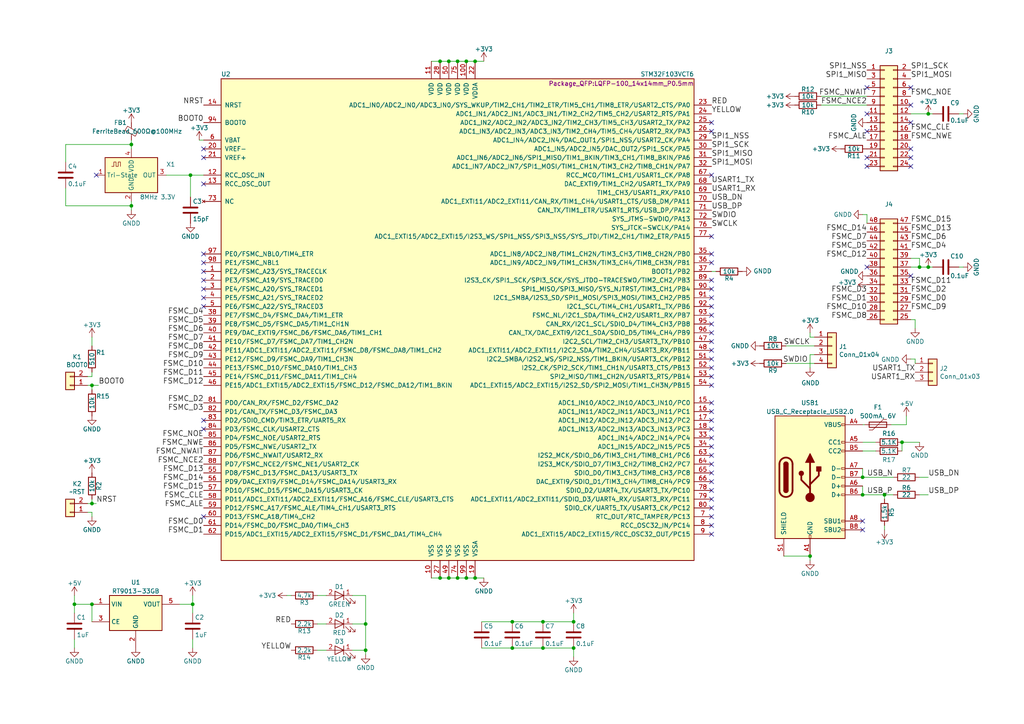
<source format=kicad_sch>
(kicad_sch (version 20230121) (generator eeschema)
  (paper "A4")
  (title_block (title "NANDO") (rev "v3.4"))
  (lib_symbols
    (symbol "Connector:USB_C_Receptacle_USB2.0" (pin_names (offset 1.016))
      (property "Reference" "J" (at -10.16 19.05 0))
      (property "Value" "USB_C_Receptacle_USB2.0" (at 19.05 19.05 0))
      (symbol "USB_C_Receptacle_USB2.0_1_1"
        (pin passive line (at 0 -22.86 90) (length 5.08) (name "GND") (number "A1"))
        (pin passive line (at 0 -22.86 90) (length 5.08) hide (name "GND") (number "A12"))
        (pin passive line (at 15.24 15.24 180) (length 5.08) (name "VBUS") (number "A4"))
        (pin bidirectional line (at 15.24 10.16 180) (length 5.08) (name "CC1") (number "A5"))
        (pin bidirectional line (at 15.24 -2.54 180) (length 5.08) (name "D+") (number "A6"))
        (pin bidirectional line (at 15.24 2.54 180) (length 5.08) (name "D-") (number "A7"))
        (pin bidirectional line (at 15.24 -12.7 180) (length 5.08) (name "SBU1") (number "A8"))
        (pin passive line (at 15.24 15.24 180) (length 5.08) hide (name "VBUS") (number "A9"))
        (pin passive line (at 0 -22.86 90) (length 5.08) hide (name "GND") (number "B1"))
        (pin passive line (at 0 -22.86 90) (length 5.08) hide (name "GND") (number "B12"))
        (pin passive line (at 15.24 15.24 180) (length 5.08) hide (name "VBUS") (number "B4"))
        (pin bidirectional line (at 15.24 7.62 180) (length 5.08) (name "CC2") (number "B5"))
        (pin bidirectional line (at 15.24 -5.08 180) (length 5.08) (name "D+") (number "B6"))
        (pin bidirectional line (at 15.24 0 180) (length 5.08) (name "D-") (number "B7"))
        (pin bidirectional line (at 15.24 -15.24 180) (length 5.08) (name "SBU2") (number "B8"))
        (pin passive line (at 15.24 15.24 180) (length 5.08) hide (name "VBUS") (number "B9"))
        (pin passive line (at -7.62 -22.86 90) (length 5.08) (name "SHIELD") (number "S1"))
      )
    )
    (symbol "Device:FerriteBead_Small" (pin_numbers hide) (pin_names (offset 0))
      (property "Reference" "FB" (at 1.905 1.27 0))
      (property "Value" "FerriteBead_Small" (at 1.905 -1.27 0))
      (symbol "FerriteBead_Small_1_1"
        (pin passive line (at 0 2.54 270) (length 1.27) (name "~") (number "1"))
        (pin passive line (at 0 -2.54 90) (length 1.27) (name "~") (number "2"))
      )
    )
    (symbol "Device:Polyfuse" (pin_numbers hide) (pin_names (offset 0))
      (property "Reference" "F" (at -2.54 0 90))
      (property "Value" "Polyfuse" (at 2.54 0 90))
      (symbol "Polyfuse_1_1"
        (pin passive line (at 0 3.81 270) (length 1.27) (name "~") (number "1"))
        (pin passive line (at 0 -3.81 90) (length 1.27) (name "~") (number "2"))
      )
    )
    (symbol "Device:R" (pin_numbers hide) (pin_names (offset 0))
      (property "Reference" "R" (at 2.032 0 90))
      (property "Value" "R" (at 0 0 90))
      (symbol "R_1_1"
        (pin passive line (at 0 3.81 270) (length 1.27) (name "~") (number "1"))
        (pin passive line (at 0 -3.81 90) (length 1.27) (name "~") (number "2"))
      )
    )
    (symbol "Oscillator:ASCO"
      (property "Reference" "X" (at -7.62 6.35 0))
      (property "Value" "ASCO" (at 1.27 -6.35 0))
      (symbol "ASCO_1_1"
        (pin input line (at -10.16 0 0) (length 2.54) (name "Tri-State") (number "1"))
        (pin power_in line (at 0 -7.62 90) (length 2.54) (name "GND") (number "2"))
        (pin output line (at 10.16 0 180) (length 2.54) (name "OUT") (number "3"))
        (pin power_in line (at 0 7.62 270) (length 2.54) (name "VDD") (number "4"))
      )
    )
    (symbol "Regulator_Linear:XC6220B331MR"
      (property "Reference" "U" (at 0 8.89 0))
      (property "Value" "XC6220B331MR" (at 0 6.35 0))
      (symbol "XC6220B331MR_1_1"
        (pin power_in line (at -12.7 2.54 0) (length 5.08) (name "VIN") (number "1"))
        (pin power_in line (at 0 -10.16 90) (length 5.08) (name "GND") (number "2"))
        (pin input line (at -12.7 -2.54 0) (length 5.08) (name "CE") (number "3"))
        (pin no_connect line (at 7.62 -2.54 180) (length 5.08) hide (name "NC") (number "4"))
        (pin power_out line (at 12.7 2.54 180) (length 5.08) (name "VOUT") (number "5"))
      )
    )
    (symbol "nand_programmator:+3.3V" (power) (pin_names (offset 0))
      (property "Value" "+3.3V" (at 0 3.556 0))
      (symbol "+3.3V_1_1"
        (pin power_in line (at 0 0 90) (length 0) hide (name "+3V3") (number "1"))
      )
    )
    (symbol "nand_programmator:+5V" (power) (pin_names (offset 0))
      (property "Value" "+5V" (at 0 3.556 0))
      (symbol "+5V_1_1"
        (pin power_in line (at 0 0 90) (length 0) hide (name "+5V") (number "1"))
      )
    )
    (symbol "nand_programmator:C" (pin_numbers hide) (pin_names (offset 0.254))
      (property "Reference" "C" (at 0.635 2.54 0))
      (property "Value" "C" (at 0.635 -2.54 0))
      (symbol "C_1_1"
        (pin passive line (at 0 3.81 270) (length 2.794) (name "~") (number "1"))
        (pin passive line (at 0 -3.81 90) (length 2.794) (name "~") (number "2"))
      )
    )
    (symbol "nand_programmator:Conn_01x02" (pin_names (offset 1.016) hide)
      (property "Reference" "J" (at 0 2.54 0))
      (property "Value" "Conn_01x02" (at 0 -5.08 0))
      (symbol "Conn_01x02_1_1"
        (pin passive line (at -5.08 0 0) (length 3.81) (name "Pin_1") (number "1"))
        (pin passive line (at -5.08 -2.54 0) (length 3.81) (name "Pin_2") (number "2"))
      )
    )
    (symbol "nand_programmator:Conn_01x03" (pin_names (offset 1.016) hide)
      (property "Reference" "J" (at 0 5.08 0))
      (property "Value" "Conn_01x03" (at 0 -5.08 0))
      (symbol "Conn_01x03_1_1"
        (pin passive line (at -5.08 2.54 0) (length 3.81) (name "Pin_1") (number "1"))
        (pin passive line (at -5.08 0 0) (length 3.81) (name "Pin_2") (number "2"))
        (pin passive line (at -5.08 -2.54 0) (length 3.81) (name "Pin_3") (number "3"))
      )
    )
    (symbol "nand_programmator:Conn_01x04" (pin_names (offset 1.016) hide)
      (property "Reference" "J" (at 0 5.08 0))
      (property "Value" "Conn_01x04" (at 0 -7.62 0))
      (symbol "Conn_01x04_1_1"
        (pin passive line (at -5.08 2.54 0) (length 3.81) (name "Pin_1") (number "1"))
        (pin passive line (at -5.08 0 0) (length 3.81) (name "Pin_2") (number "2"))
        (pin passive line (at -5.08 -2.54 0) (length 3.81) (name "Pin_3") (number "3"))
        (pin passive line (at -5.08 -5.08 0) (length 3.81) (name "Pin_4") (number "4"))
      )
    )
    (symbol "nand_programmator:Conn_02x12_Odd_Even_Left" (pin_names (offset 1.016) hide)
      (property "Reference" "J" (at 1.27 15.24 0))
      (property "Value" "Conn_02x12_Odd_Even_Left" (at 1.27 -17.78 0))
      (symbol "Conn_02x12_Odd_Even_Left_1_1"
        (pin passive line (at -5.08 12.7 0) (length 3.81) (name "Pin_1") (number "1"))
        (pin passive line (at 7.62 2.54 180) (length 3.81) (name "Pin_10") (number "10"))
        (pin passive line (at -5.08 0 0) (length 3.81) (name "Pin_11") (number "11"))
        (pin passive line (at 7.62 0 180) (length 3.81) (name "Pin_12") (number "12"))
        (pin passive line (at -5.08 -2.54 0) (length 3.81) (name "Pin_13") (number "13"))
        (pin passive line (at 7.62 -2.54 180) (length 3.81) (name "Pin_14") (number "14"))
        (pin passive line (at -5.08 -5.08 0) (length 3.81) (name "Pin_15") (number "15"))
        (pin passive line (at 7.62 -5.08 180) (length 3.81) (name "Pin_16") (number "16"))
        (pin passive line (at -5.08 -7.62 0) (length 3.81) (name "Pin_17") (number "17"))
        (pin passive line (at 7.62 -7.62 180) (length 3.81) (name "Pin_18") (number "18"))
        (pin passive line (at -5.08 -10.16 0) (length 3.81) (name "Pin_19") (number "19"))
        (pin passive line (at 7.62 12.7 180) (length 3.81) (name "Pin_2") (number "2"))
        (pin passive line (at 7.62 -10.16 180) (length 3.81) (name "Pin_20") (number "20"))
        (pin passive line (at -5.08 -12.7 0) (length 3.81) (name "Pin_21") (number "21"))
        (pin passive line (at 7.62 -12.7 180) (length 3.81) (name "Pin_22") (number "22"))
        (pin passive line (at -5.08 -15.24 0) (length 3.81) (name "Pin_23") (number "23"))
        (pin passive line (at 7.62 -15.24 180) (length 3.81) (name "Pin_24") (number "24"))
        (pin passive line (at -5.08 10.16 0) (length 3.81) (name "Pin_3") (number "3"))
        (pin passive line (at 7.62 10.16 180) (length 3.81) (name "Pin_4") (number "4"))
        (pin passive line (at -5.08 7.62 0) (length 3.81) (name "Pin_5") (number "5"))
        (pin passive line (at 7.62 7.62 180) (length 3.81) (name "Pin_6") (number "6"))
        (pin passive line (at -5.08 5.08 0) (length 3.81) (name "Pin_7") (number "7"))
        (pin passive line (at 7.62 5.08 180) (length 3.81) (name "Pin_8") (number "8"))
        (pin passive line (at -5.08 2.54 0) (length 3.81) (name "Pin_9") (number "9"))
      )
    )
    (symbol "nand_programmator:Conn_02x12_Odd_Even_Right" (pin_names (offset 1.016) hide)
      (property "Reference" "J" (at 1.27 15.24 0))
      (property "Value" "Conn_02x12_Odd_Even_Right" (at 1.27 -17.78 0))
      (symbol "Conn_02x12_Odd_Even_Right_1_1"
        (pin passive line (at 7.62 -15.24 180) (length 3.81) (name "Pin_25") (number "25"))
        (pin passive line (at -5.08 -15.24 0) (length 3.81) (name "Pin_26") (number "26"))
        (pin passive line (at 7.62 -12.7 180) (length 3.81) (name "Pin_27") (number "27"))
        (pin passive line (at -5.08 -12.7 0) (length 3.81) (name "Pin_28") (number "28"))
        (pin passive line (at 7.62 -10.16 180) (length 3.81) (name "Pin_29") (number "29"))
        (pin passive line (at -5.08 -10.16 0) (length 3.81) (name "Pin_30") (number "30"))
        (pin passive line (at 7.62 -7.62 180) (length 3.81) (name "Pin_31") (number "31"))
        (pin passive line (at -5.08 -7.62 0) (length 3.81) (name "Pin_32") (number "32"))
        (pin passive line (at 7.62 -5.08 180) (length 3.81) (name "Pin_33") (number "33"))
        (pin passive line (at -5.08 -5.08 0) (length 3.81) (name "Pin_34") (number "34"))
        (pin passive line (at 7.62 -2.54 180) (length 3.81) (name "Pin_35") (number "35"))
        (pin passive line (at -5.08 -2.54 0) (length 3.81) (name "Pin_36") (number "36"))
        (pin passive line (at 7.62 0 180) (length 3.81) (name "Pin_37") (number "37"))
        (pin passive line (at -5.08 0 0) (length 3.81) (name "Pin_38") (number "38"))
        (pin passive line (at 7.62 2.54 180) (length 3.81) (name "Pin_39") (number "39"))
        (pin passive line (at -5.08 2.54 0) (length 3.81) (name "Pin_40") (number "40"))
        (pin passive line (at 7.62 5.08 180) (length 3.81) (name "Pin_41") (number "41"))
        (pin passive line (at -5.08 5.08 0) (length 3.81) (name "Pin_42") (number "42"))
        (pin passive line (at 7.62 7.62 180) (length 3.81) (name "Pin_43") (number "43"))
        (pin passive line (at -5.08 7.62 0) (length 3.81) (name "Pin_44") (number "44"))
        (pin passive line (at 7.62 10.16 180) (length 3.81) (name "Pin_45") (number "45"))
        (pin passive line (at -5.08 10.16 0) (length 3.81) (name "Pin_46") (number "46"))
        (pin passive line (at 7.62 12.7 180) (length 3.81) (name "Pin_47") (number "47"))
        (pin passive line (at -5.08 12.7 0) (length 3.81) (name "Pin_48") (number "48"))
      )
    )
    (symbol "nand_programmator:GNDD" (power) (pin_names (offset 0))
      (property "Value" "GNDD" (at 0 -3.81 0))
      (symbol "GNDD_1_1"
        (pin power_in line (at 0 0 270) (length 0) hide (name "GNDD") (number "1"))
      )
    )
    (symbol "nand_programmator:LED" (pin_names (offset 1.016) hide)
      (property "Reference" "D" (at 0 2.54 0))
      (property "Value" "LED" (at 0 -2.54 0))
      (symbol "LED_1_1"
        (pin passive line (at -3.81 0 0) (length 2.54) (name "K") (number "1"))
        (pin passive line (at 3.81 0 180) (length 2.54) (name "A") (number "2"))
      )
    )
    (symbol "nand_programmator:R" (pin_numbers hide) (pin_names (offset 0))
      (property "Reference" "R" (at 2.032 0 90))
      (property "Value" "R" (at 0 0 90))
      (symbol "R_1_1"
        (pin passive line (at 0 3.81 270) (length 1.27) (name "~") (number "1"))
        (pin passive line (at 0 -3.81 90) (length 1.27) (name "~") (number "2"))
      )
    )
    (symbol "nand_programmator:STM32F103VCTx" (pin_names (offset 1.016))
      (property "Reference" "U" (at -68.58 71.755 0))
      (property "Value" "STM32F103VCTx" (at 68.58 71.755 0))
      (property "Footprint" "LQFP100" (at 68.58 70.485 0))
      (symbol "STM32F103VCTx_1_1"
        (pin bidirectional line (at -73.66 15.24 0) (length 5.08) (name "PE2/FSMC_A23/SYS_TRACECLK") (number "1"))
        (pin power_in line (at -7.62 -73.66 90) (length 5.08) (name "VSS") (number "10"))
        (pin power_in line (at 2.54 76.2 270) (length 5.08) (name "VDD") (number "100"))
        (pin power_in line (at -7.62 76.2 270) (length 5.08) (name "VDD") (number "11"))
        (pin input line (at -73.66 43.18 0) (length 5.08) (name "RCC_OSC_IN") (number "12"))
        (pin input line (at -73.66 40.64 0) (length 5.08) (name "RCC_OSC_OUT") (number "13"))
        (pin input line (at -73.66 63.5 0) (length 5.08) (name "NRST") (number "14"))
        (pin bidirectional line (at 73.66 -22.86 180) (length 5.08) (name "ADC1_IN10/ADC2_IN10/ADC3_IN10/PC0") (number "15"))
        (pin bidirectional line (at 73.66 -25.4 180) (length 5.08) (name "ADC1_IN11/ADC2_IN11/ADC3_IN11/PC1") (number "16"))
        (pin bidirectional line (at 73.66 -27.94 180) (length 5.08) (name "ADC1_IN12/ADC2_IN12/ADC3_IN12/PC2") (number "17"))
        (pin bidirectional line (at 73.66 -30.48 180) (length 5.08) (name "ADC1_IN13/ADC2_IN13/ADC3_IN13/PC3") (number "18"))
        (pin power_in line (at 5.08 -73.66 90) (length 5.08) (name "VSSA") (number "19"))
        (pin bidirectional line (at -73.66 12.7 0) (length 5.08) (name "PE3/FSMC_A19/SYS_TRACED0") (number "2"))
        (pin power_in line (at -73.66 50.8 0) (length 5.08) (name "VREF-") (number "20"))
        (pin power_in line (at -73.66 48.26 0) (length 5.08) (name "VREF+") (number "21"))
        (pin power_in line (at 5.08 76.2 270) (length 5.08) (name "VDDA") (number "22"))
        (pin bidirectional line (at 73.66 63.5 180) (length 5.08) (name "ADC1_IN0/ADC2_IN0/ADC3_IN0/SYS_WKUP/TIM2_CH1/TIM2_ETR/TIM5_CH1/TIM8_ETR/USART2_CTS/PA0") (number "23"))
        (pin bidirectional line (at 73.66 60.96 180) (length 5.08) (name "ADC1_IN1/ADC2_IN1/ADC3_IN1/TIM2_CH2/TIM5_CH2/USART2_RTS/PA1") (number "24"))
        (pin bidirectional line (at 73.66 58.42 180) (length 5.08) (name "ADC1_IN2/ADC2_IN2/ADC3_IN2/TIM2_CH3/TIM5_CH3/USART2_TX/PA2") (number "25"))
        (pin bidirectional line (at 73.66 55.88 180) (length 5.08) (name "ADC1_IN3/ADC2_IN3/ADC3_IN3/TIM2_CH4/TIM5_CH4/USART2_RX/PA3") (number "26"))
        (pin power_in line (at -5.08 -73.66 90) (length 5.08) (name "VSS") (number "27"))
        (pin power_in line (at -5.08 76.2 270) (length 5.08) (name "VDD") (number "28"))
        (pin bidirectional line (at 73.66 53.34 180) (length 5.08) (name "ADC1_IN4/ADC2_IN4/DAC_OUT1/SPI1_NSS/USART2_CK/PA4") (number "29"))
        (pin bidirectional line (at -73.66 10.16 0) (length 5.08) (name "PE4/FSMC_A20/SYS_TRACED1") (number "3"))
        (pin bidirectional line (at 73.66 50.8 180) (length 5.08) (name "ADC1_IN5/ADC2_IN5/DAC_OUT2/SPI1_SCK/PA5") (number "30"))
        (pin bidirectional line (at 73.66 48.26 180) (length 5.08) (name "ADC1_IN6/ADC2_IN6/SPI1_MISO/TIM1_BKIN/TIM3_CH1/TIM8_BKIN/PA6") (number "31"))
        (pin bidirectional line (at 73.66 45.72 180) (length 5.08) (name "ADC1_IN7/ADC2_IN7/SPI1_MOSI/TIM1_CH1N/TIM3_CH2/TIM8_CH1N/PA7") (number "32"))
        (pin bidirectional line (at 73.66 -33.02 180) (length 5.08) (name "ADC1_IN14/ADC2_IN14/PC4") (number "33"))
        (pin bidirectional line (at 73.66 -35.56 180) (length 5.08) (name "ADC1_IN15/ADC2_IN15/PC5") (number "34"))
        (pin bidirectional line (at 73.66 20.32 180) (length 5.08) (name "ADC1_IN8/ADC2_IN8/TIM1_CH2N/TIM3_CH3/TIM8_CH2N/PB0") (number "35"))
        (pin bidirectional line (at 73.66 17.78 180) (length 5.08) (name "ADC1_IN9/ADC2_IN9/TIM1_CH3N/TIM3_CH4/TIM8_CH3N/PB1") (number "36"))
        (pin bidirectional line (at 73.66 15.24 180) (length 5.08) (name "BOOT1/PB2") (number "37"))
        (pin bidirectional line (at -73.66 2.54 0) (length 5.08) (name "PE7/FSMC_D4/FSMC_DA4/TIM1_ETR") (number "38"))
        (pin bidirectional line (at -73.66 0 0) (length 5.08) (name "PE8/FSMC_D5/FSMC_DA5/TIM1_CH1N") (number "39"))
        (pin bidirectional line (at -73.66 7.62 0) (length 5.08) (name "PE5/FSMC_A21/SYS_TRACED2") (number "4"))
        (pin bidirectional line (at -73.66 -2.54 0) (length 5.08) (name "PE9/DAC_EXTI9/FSMC_D6/FSMC_DA6/TIM1_CH1") (number "40"))
        (pin bidirectional line (at -73.66 -5.08 0) (length 5.08) (name "PE10/FSMC_D7/FSMC_DA7/TIM1_CH2N") (number "41"))
        (pin bidirectional line (at -73.66 -7.62 0) (length 5.08) (name "PE11/ADC1_EXTI11/ADC2_EXTI11/FSMC_D8/FSMC_DA8/TIM1_CH2") (number "42"))
        (pin bidirectional line (at -73.66 -10.16 0) (length 5.08) (name "PE12/FSMC_D9/FSMC_DA9/TIM1_CH3N") (number "43"))
        (pin bidirectional line (at -73.66 -12.7 0) (length 5.08) (name "PE13/FSMC_D10/FSMC_DA10/TIM1_CH3") (number "44"))
        (pin bidirectional line (at -73.66 -15.24 0) (length 5.08) (name "PE14/FSMC_D11/FSMC_DA11/TIM1_CH4") (number "45"))
        (pin bidirectional line (at -73.66 -17.78 0) (length 5.08) (name "PE15/ADC1_EXTI15/ADC2_EXTI15/FSMC_D12/FSMC_DA12/TIM1_BKIN") (number "46"))
        (pin bidirectional line (at 73.66 -5.08 180) (length 5.08) (name "I2C2_SCL/TIM2_CH3/USART3_TX/PB10") (number "47"))
        (pin bidirectional line (at 73.66 -7.62 180) (length 5.08) (name "ADC1_EXTI11/ADC2_EXTI11/I2C2_SDA/TIM2_CH4/USART3_RX/PB11") (number "48"))
        (pin power_in line (at -2.54 -73.66 90) (length 5.08) (name "VSS") (number "49"))
        (pin bidirectional line (at -73.66 5.08 0) (length 5.08) (name "PE6/FSMC_A22/SYS_TRACED3") (number "5"))
        (pin power_in line (at -2.54 76.2 270) (length 5.08) (name "VDD") (number "50"))
        (pin bidirectional line (at 73.66 -10.16 180) (length 5.08) (name "I2C2_SMBA/I2S2_WS/SPI2_NSS/TIM1_BKIN/USART3_CK/PB12") (number "51"))
        (pin bidirectional line (at 73.66 -12.7 180) (length 5.08) (name "I2S2_CK/SPI2_SCK/TIM1_CH1N/USART3_CTS/PB13") (number "52"))
        (pin bidirectional line (at 73.66 -15.24 180) (length 5.08) (name "SPI2_MISO/TIM1_CH2N/USART3_RTS/PB14") (number "53"))
        (pin bidirectional line (at 73.66 -17.78 180) (length 5.08) (name "ADC1_EXTI15/ADC2_EXTI15/I2S2_SD/SPI2_MOSI/TIM1_CH3N/PB15") (number "54"))
        (pin bidirectional line (at -73.66 -43.18 0) (length 5.08) (name "PD8/FSMC_D13/FSMC_DA13/USART3_TX") (number "55"))
        (pin bidirectional line (at -73.66 -45.72 0) (length 5.08) (name "PD9/DAC_EXTI9/FSMC_D14/FSMC_DA14/USART3_RX") (number "56"))
        (pin bidirectional line (at -73.66 -48.26 0) (length 5.08) (name "PD10/FSMC_D15/FSMC_DA15/USART3_CK") (number "57"))
        (pin bidirectional line (at -73.66 -50.8 0) (length 5.08) (name "PD11/ADC1_EXTI11/ADC2_EXTI11/FSMC_A16/FSMC_CLE/USART3_CTS") (number "58"))
        (pin bidirectional line (at -73.66 -53.34 0) (length 5.08) (name "PD12/FSMC_A17/FSMC_ALE/TIM4_CH1/USART3_RTS") (number "59"))
        (pin power_in line (at -73.66 53.34 0) (length 5.08) (name "VBAT") (number "6"))
        (pin bidirectional line (at -73.66 -55.88 0) (length 5.08) (name "PD13/FSMC_A18/TIM4_CH2") (number "60"))
        (pin bidirectional line (at -73.66 -58.42 0) (length 5.08) (name "PD14/FSMC_D0/FSMC_DA0/TIM4_CH3") (number "61"))
        (pin bidirectional line (at -73.66 -60.96 0) (length 5.08) (name "PD15/ADC1_EXTI15/ADC2_EXTI15/FSMC_D1/FSMC_DA1/TIM4_CH4") (number "62"))
        (pin bidirectional line (at 73.66 -38.1 180) (length 5.08) (name "I2S2_MCK/SDIO_D6/TIM3_CH1/TIM8_CH1/PC6") (number "63"))
        (pin bidirectional line (at 73.66 -40.64 180) (length 5.08) (name "I2S3_MCK/SDIO_D7/TIM3_CH2/TIM8_CH2/PC7") (number "64"))
        (pin bidirectional line (at 73.66 -43.18 180) (length 5.08) (name "SDIO_D0/TIM3_CH3/TIM8_CH3/PC8") (number "65"))
        (pin bidirectional line (at 73.66 -45.72 180) (length 5.08) (name "DAC_EXTI9/SDIO_D1/TIM3_CH4/TIM8_CH4/PC9") (number "66"))
        (pin bidirectional line (at 73.66 43.18 180) (length 5.08) (name "RCC_MCO/TIM1_CH1/USART1_CK/PA8") (number "67"))
        (pin bidirectional line (at 73.66 40.64 180) (length 5.08) (name "DAC_EXTI9/TIM1_CH2/USART1_TX/PA9") (number "68"))
        (pin bidirectional line (at 73.66 38.1 180) (length 5.08) (name "TIM1_CH3/USART1_RX/PA10") (number "69"))
        (pin bidirectional line (at 73.66 -55.88 180) (length 5.08) (name "RTC_OUT/RTC_TAMPER/PC13") (number "7"))
        (pin bidirectional line (at 73.66 35.56 180) (length 5.08) (name "ADC1_EXTI11/ADC2_EXTI11/CAN_RX/TIM1_CH4/USART1_CTS/USB_DM/PA11") (number "70"))
        (pin bidirectional line (at 73.66 33.02 180) (length 5.08) (name "CAN_TX/TIM1_ETR/USART1_RTS/USB_DP/PA12") (number "71"))
        (pin bidirectional line (at 73.66 30.48 180) (length 5.08) (name "SYS_JTMS-SWDIO/PA13") (number "72"))
        (pin no_connect line (at -73.66 35.56 0) (length 5.08) (name "NC") (number "73"))
        (pin power_in line (at 0 -73.66 90) (length 5.08) (name "VSS") (number "74"))
        (pin power_in line (at 0 76.2 270) (length 5.08) (name "VDD") (number "75"))
        (pin bidirectional line (at 73.66 27.94 180) (length 5.08) (name "SYS_JTCK-SWCLK/PA14") (number "76"))
        (pin bidirectional line (at 73.66 25.4 180) (length 5.08) (name "ADC1_EXTI15/ADC2_EXTI15/I2S3_WS/SPI1_NSS/SPI3_NSS/SYS_JTDI/TIM2_CH1/TIM2_ETR/PA15") (number "77"))
        (pin bidirectional line (at 73.66 -48.26 180) (length 5.08) (name "SDIO_D2/UART4_TX/USART3_TX/PC10") (number "78"))
        (pin bidirectional line (at 73.66 -50.8 180) (length 5.08) (name "ADC1_EXTI11/ADC2_EXTI11/SDIO_D3/UART4_RX/USART3_RX/PC11") (number "79"))
        (pin bidirectional line (at 73.66 -58.42 180) (length 5.08) (name "RCC_OSC32_IN/PC14") (number "8"))
        (pin bidirectional line (at 73.66 -53.34 180) (length 5.08) (name "SDIO_CK/UART5_TX/USART3_CK/PC12") (number "80"))
        (pin bidirectional line (at -73.66 -22.86 0) (length 5.08) (name "PD0/CAN_RX/FSMC_D2/FSMC_DA2") (number "81"))
        (pin bidirectional line (at -73.66 -25.4 0) (length 5.08) (name "PD1/CAN_TX/FSMC_D3/FSMC_DA3") (number "82"))
        (pin bidirectional line (at -73.66 -27.94 0) (length 5.08) (name "PD2/SDIO_CMD/TIM3_ETR/UART5_RX") (number "83"))
        (pin bidirectional line (at -73.66 -30.48 0) (length 5.08) (name "PD3/FSMC_CLK/USART2_CTS") (number "84"))
        (pin bidirectional line (at -73.66 -33.02 0) (length 5.08) (name "PD4/FSMC_NOE/USART2_RTS") (number "85"))
        (pin bidirectional line (at -73.66 -35.56 0) (length 5.08) (name "PD5/FSMC_NWE/USART2_TX") (number "86"))
        (pin bidirectional line (at -73.66 -38.1 0) (length 5.08) (name "PD6/FSMC_NWAIT/USART2_RX") (number "87"))
        (pin bidirectional line (at -73.66 -40.64 0) (length 5.08) (name "PD7/FSMC_NCE2/FSMC_NE1/USART2_CK") (number "88"))
        (pin bidirectional line (at 73.66 12.7 180) (length 5.08) (name "I2S3_CK/SPI1_SCK/SPI3_SCK/SYS_JTDO-TRACESWO/TIM2_CH2/PB3") (number "89"))
        (pin bidirectional line (at 73.66 -60.96 180) (length 5.08) (name "ADC1_EXTI15/ADC2_EXTI15/RCC_OSC32_OUT/PC15") (number "9"))
        (pin bidirectional line (at 73.66 10.16 180) (length 5.08) (name "SPI1_MISO/SPI3_MISO/SYS_NJTRST/TIM3_CH1/PB4") (number "90"))
        (pin bidirectional line (at 73.66 7.62 180) (length 5.08) (name "I2C1_SMBA/I2S3_SD/SPI1_MOSI/SPI3_MOSI/TIM3_CH2/PB5") (number "91"))
        (pin bidirectional line (at 73.66 5.08 180) (length 5.08) (name "I2C1_SCL/TIM4_CH1/USART1_TX/PB6") (number "92"))
        (pin bidirectional line (at 73.66 2.54 180) (length 5.08) (name "FSMC_NL/I2C1_SDA/TIM4_CH2/USART1_RX/PB7") (number "93"))
        (pin input line (at -73.66 58.42 0) (length 5.08) (name "BOOT0") (number "94"))
        (pin bidirectional line (at 73.66 0 180) (length 5.08) (name "CAN_RX/I2C1_SCL/SDIO_D4/TIM4_CH3/PB8") (number "95"))
        (pin bidirectional line (at 73.66 -2.54 180) (length 5.08) (name "CAN_TX/DAC_EXTI9/I2C1_SDA/SDIO_D5/TIM4_CH4/PB9") (number "96"))
        (pin bidirectional line (at -73.66 20.32 0) (length 5.08) (name "PE0/FSMC_NBL0/TIM4_ETR") (number "97"))
        (pin bidirectional line (at -73.66 17.78 0) (length 5.08) (name "PE1/FSMC_NBL1") (number "98"))
        (pin power_in line (at 2.54 -73.66 90) (length 5.08) (name "VSS") (number "99"))
      )
    )
  )
  (junction (at 127.635 17.78))
  (junction (at 130.175 167.64))
  (junction (at 148.59 180.34))
  (junction (at 266.7 77.47))
  (junction (at 234.95 161.29))
  (junction (at 127.635 167.64))
  (junction (at 132.715 17.78))
  (junction (at 250.19 143.51))
  (junction (at 256.54 143.51))
  (junction (at 166.37 187.96))
  (junction (at 38.1 41.91))
  (junction (at 26.67 175.26))
  (junction (at 130.175 17.78))
  (junction (at 157.48 187.96))
  (junction (at 38.1 59.69))
  (junction (at 269.24 77.47))
  (junction (at 26.67 111.76))
  (junction (at 137.795 167.64))
  (junction (at 261.62 128.27))
  (junction (at 26.67 146.05))
  (junction (at 55.245 50.8))
  (junction (at 106.045 188.595))
  (junction (at 137.795 17.78))
  (junction (at 250.19 138.43))
  (junction (at 21.59 175.26))
  (junction (at 166.37 180.34))
  (junction (at 106.045 180.975))
  (junction (at 55.88 175.26))
  (junction (at 135.255 167.64))
  (junction (at 269.24 33.02))
  (junction (at 132.715 167.64))
  (junction (at 157.48 180.34))
  (junction (at 135.255 17.78))
  (junction (at 148.59 187.96))
  (no_connect (at 206.375 68.58))
  (no_connect (at 206.375 96.52))
  (no_connect (at 206.375 73.66))
  (no_connect (at 59.055 88.9))
  (no_connect (at 264.16 30.48))
  (no_connect (at 250.19 151.13))
  (no_connect (at 206.375 106.68))
  (no_connect (at 59.055 45.72))
  (no_connect (at 59.055 83.82))
  (no_connect (at 206.375 124.46))
  (no_connect (at 206.375 91.44))
  (no_connect (at 206.375 149.86))
  (no_connect (at 250.19 153.67))
  (no_connect (at 59.055 43.18))
  (no_connect (at 264.16 80.01))
  (no_connect (at 59.055 121.92))
  (no_connect (at 264.16 48.26))
  (no_connect (at 206.375 38.1))
  (no_connect (at 59.055 86.36))
  (no_connect (at 59.055 53.34))
  (no_connect (at 251.46 45.72))
  (no_connect (at 206.375 139.7))
  (no_connect (at 206.375 152.4))
  (no_connect (at 264.16 43.18))
  (no_connect (at 206.375 109.22))
  (no_connect (at 59.055 73.66))
  (no_connect (at 206.375 154.94))
  (no_connect (at 206.375 50.8))
  (no_connect (at 251.46 77.47))
  (no_connect (at 206.375 35.56))
  (no_connect (at 206.375 142.24))
  (no_connect (at 206.375 119.38))
  (no_connect (at 206.375 99.06))
  (no_connect (at 206.375 116.84))
  (no_connect (at 206.375 147.32))
  (no_connect (at 206.375 134.62))
  (no_connect (at 206.375 86.36))
  (no_connect (at 206.375 83.82))
  (no_connect (at 264.16 45.72))
  (no_connect (at 206.375 127))
  (no_connect (at 206.375 104.14))
  (no_connect (at 206.375 137.16))
  (no_connect (at 206.375 76.2))
  (no_connect (at 27.94 50.8))
  (no_connect (at 59.055 76.2))
  (no_connect (at 59.055 124.46))
  (no_connect (at 206.375 144.78))
  (no_connect (at 206.375 111.76))
  (no_connect (at 251.46 33.02))
  (no_connect (at 206.375 121.92))
  (no_connect (at 206.375 101.6))
  (no_connect (at 251.46 48.26))
  (no_connect (at 59.055 81.28))
  (no_connect (at 251.46 38.1))
  (no_connect (at 251.46 25.4))
  (no_connect (at 206.375 88.9))
  (no_connect (at 59.055 149.86))
  (no_connect (at 264.16 35.56))
  (no_connect (at 264.16 25.4))
  (no_connect (at 206.375 93.98))
  (no_connect (at 206.375 81.28))
  (no_connect (at 206.375 129.54))
  (no_connect (at 59.055 78.74))
  (no_connect (at 206.375 132.08))
  (wire (pts (xy 127.635 17.78) (xy 130.175 17.78)))
  (wire (pts (xy 227.965 100.33) (xy 236.22 100.33)))
  (wire (pts (xy 250.19 62.23) (xy 251.46 62.23)))
  (wire (pts (xy 57.785 40.64) (xy 59.055 40.64)))
  (wire (pts (xy 234.95 96.52) (xy 234.95 97.79)))
  (wire (pts (xy 55.245 50.8) (xy 59.055 50.8)))
  (wire (pts (xy 92.075 172.72) (xy 94.615 172.72)))
  (wire (pts (xy 132.715 167.64) (xy 135.255 167.64)))
  (wire (pts (xy 256.54 143.51) (xy 259.08 143.51)))
  (wire (pts (xy 264.16 92.71) (xy 265.43 92.71)))
  (wire (pts (xy 130.175 17.78) (xy 132.715 17.78)))
  (wire (pts (xy 19.05 41.91) (xy 19.05 46.99)))
  (wire (pts (xy 125.095 17.78) (xy 127.635 17.78)))
  (wire (pts (xy 234.95 106.68) (xy 234.95 102.87)))
  (wire (pts (xy 28.575 111.76) (xy 26.67 111.76)))
  (wire (pts (xy 21.59 175.26) (xy 21.59 177.8)))
  (wire (pts (xy 27.94 146.05) (xy 26.67 146.05)))
  (wire (pts (xy 38.1 40.64) (xy 38.1 41.91)))
  (wire (pts (xy 106.045 180.975) (xy 106.045 188.595)))
  (wire (pts (xy 262.89 123.19) (xy 258.445 123.19)))
  (wire (pts (xy 166.37 187.96) (xy 166.37 190.5)))
  (wire (pts (xy 130.175 167.64) (xy 132.715 167.64)))
  (wire (pts (xy 250.19 143.51) (xy 256.54 143.51)))
  (wire (pts (xy 261.62 128.27) (xy 266.7 128.27)))
  (wire (pts (xy 250.19 140.97) (xy 250.19 143.51)))
  (wire (pts (xy 19.05 59.69) (xy 38.1 59.69)))
  (wire (pts (xy 264.16 104.14) (xy 265.43 104.14)))
  (wire (pts (xy 234.95 97.79) (xy 236.22 97.79)))
  (wire (pts (xy 234.95 102.87) (xy 236.22 102.87)))
  (wire (pts (xy 26.67 146.05) (xy 26.67 144.78)))
  (wire (pts (xy 264.16 33.02) (xy 269.24 33.02)))
  (wire (pts (xy 19.05 54.61) (xy 19.05 59.69)))
  (wire (pts (xy 250.19 128.27) (xy 254 128.27)))
  (wire (pts (xy 135.255 17.78) (xy 137.795 17.78)))
  (wire (pts (xy 250.19 135.89) (xy 250.19 138.43)))
  (wire (pts (xy 264.16 74.93) (xy 266.7 74.93)))
  (wire (pts (xy 132.715 17.78) (xy 135.255 17.78)))
  (wire (pts (xy 125.095 167.64) (xy 127.635 167.64)))
  (wire (pts (xy 55.88 185.42) (xy 55.88 187.96)))
  (wire (pts (xy 38.1 60.96) (xy 38.1 59.69)))
  (wire (pts (xy 21.59 185.42) (xy 21.59 187.96)))
  (wire (pts (xy 26.67 148.59) (xy 26.67 149.86)))
  (wire (pts (xy 38.1 41.91) (xy 19.05 41.91)))
  (wire (pts (xy 25.4 111.76) (xy 26.67 111.76)))
  (wire (pts (xy 26.67 107.95) (xy 26.67 109.22)))
  (wire (pts (xy 139.7 180.34) (xy 148.59 180.34)))
  (wire (pts (xy 269.24 33.02) (xy 270.51 33.02)))
  (wire (pts (xy 266.7 143.51) (xy 269.24 143.51)))
  (wire (pts (xy 262.89 120.65) (xy 262.89 123.19)))
  (wire (pts (xy 206.375 78.74) (xy 207.645 78.74)))
  (wire (pts (xy 256.54 143.51) (xy 256.54 144.78)))
  (wire (pts (xy 137.795 17.78) (xy 140.335 17.78)))
  (wire (pts (xy 157.48 187.96) (xy 166.37 187.96)))
  (wire (pts (xy 21.59 175.26) (xy 26.67 175.26)))
  (wire (pts (xy 106.045 172.72) (xy 106.045 180.975)))
  (wire (pts (xy 102.235 172.72) (xy 106.045 172.72)))
  (wire (pts (xy 266.7 74.93) (xy 266.7 77.47)))
  (wire (pts (xy 26.67 111.76) (xy 26.67 113.03)))
  (wire (pts (xy 139.7 187.96) (xy 148.59 187.96)))
  (wire (pts (xy 135.255 167.64) (xy 137.795 167.64)))
  (wire (pts (xy 92.075 188.595) (xy 94.615 188.595)))
  (wire (pts (xy 38.1 59.69) (xy 38.1 58.42)))
  (wire (pts (xy 137.795 167.64) (xy 140.335 167.64)))
  (wire (pts (xy 157.48 180.34) (xy 166.37 180.34)))
  (wire (pts (xy 25.4 148.59) (xy 26.67 148.59)))
  (wire (pts (xy 25.4 146.05) (xy 26.67 146.05)))
  (wire (pts (xy 278.13 33.02) (xy 279.4 33.02)))
  (wire (pts (xy 26.67 109.22) (xy 25.4 109.22)))
  (wire (pts (xy 26.67 97.79) (xy 26.67 100.33)))
  (wire (pts (xy 52.07 175.26) (xy 55.88 175.26)))
  (wire (pts (xy 238.125 27.94) (xy 251.46 27.94)))
  (wire (pts (xy 38.1 41.91) (xy 38.1 43.18)))
  (wire (pts (xy 26.67 175.26) (xy 26.67 180.34)))
  (wire (pts (xy 269.24 77.47) (xy 266.7 77.47)))
  (wire (pts (xy 227.33 161.29) (xy 234.95 161.29)))
  (wire (pts (xy 250.19 138.43) (xy 259.08 138.43)))
  (wire (pts (xy 92.075 180.975) (xy 94.615 180.975)))
  (wire (pts (xy 250.825 123.19) (xy 250.19 123.19)))
  (wire (pts (xy 55.88 175.26) (xy 55.88 177.8)))
  (wire (pts (xy 265.43 92.71) (xy 265.43 95.25)))
  (wire (pts (xy 106.045 188.595) (xy 106.045 189.865)))
  (wire (pts (xy 102.235 188.595) (xy 106.045 188.595)))
  (wire (pts (xy 102.235 180.975) (xy 106.045 180.975)))
  (wire (pts (xy 251.46 62.23) (xy 251.46 64.77)))
  (wire (pts (xy 234.95 161.29) (xy 234.95 162.56)))
  (wire (pts (xy 227.965 105.41) (xy 236.22 105.41)))
  (wire (pts (xy 83.185 172.72) (xy 84.455 172.72)))
  (wire (pts (xy 250.19 130.81) (xy 254 130.81)))
  (wire (pts (xy 256.54 152.4) (xy 256.54 153.67)))
  (wire (pts (xy 278.13 77.47) (xy 279.4 77.47)))
  (wire (pts (xy 21.59 172.72) (xy 21.59 175.26)))
  (wire (pts (xy 266.7 138.43) (xy 269.24 138.43)))
  (wire (pts (xy 55.88 172.72) (xy 55.88 175.26)))
  (wire (pts (xy 265.43 104.14) (xy 265.43 105.41)))
  (wire (pts (xy 166.37 180.34) (xy 166.37 177.8)))
  (wire (pts (xy 48.26 50.8) (xy 55.245 50.8)))
  (wire (pts (xy 55.245 50.8) (xy 55.245 57.15)))
  (wire (pts (xy 148.59 187.96) (xy 157.48 187.96)))
  (wire (pts (xy 270.51 77.47) (xy 269.24 77.47)))
  (wire (pts (xy 261.62 128.27) (xy 261.62 130.81)))
  (wire (pts (xy 266.7 77.47) (xy 264.16 77.47)))
  (wire (pts (xy 148.59 180.34) (xy 157.48 180.34)))
  (wire (pts (xy 127.635 167.64) (xy 130.175 167.64)))
  (wire (pts (xy 238.125 30.48) (xy 251.46 30.48)))
  (label "FSMC_D14" (at 59.055 139.7 180) (effects (font (size 1.524 1.524))))
  (label "FSMC_D15" (at 264.16 64.77 0) (effects (font (size 1.524 1.524))))
  (label "FSMC_D15" (at 59.055 142.24 180) (effects (font (size 1.524 1.524))))
  (label "USB_DN" (at 206.375 58.42 0) (effects (font (size 1.524 1.524))))
  (label "FSMC_D8" (at 251.46 92.71 180) (effects (font (size 1.524 1.524))))
  (label "FSMC_D2" (at 59.055 116.84 180) (effects (font (size 1.524 1.524))))
  (label "FSMC_NWE" (at 59.055 129.54 180) (effects (font (size 1.524 1.524))))
  (label "SPI1_SCK" (at 206.375 43.18 0) (effects (font (size 1.524 1.524))))
  (label "SPI1_NSS" (at 251.46 20.32 180) (effects (font (size 1.524 1.524))))
  (label "FSMC_D3" (at 251.46 85.09 180) (effects (font (size 1.524 1.524))))
  (label "SPI1_NSS" (at 206.375 40.64 0) (effects (font (size 1.524 1.524))))
  (label "FSMC_NOE" (at 264.16 27.94 0) (effects (font (size 1.524 1.524))))
  (label "RED" (at 206.375 30.48 0) (effects (font (size 1.524 1.524))))
  (label "FSMC_NWAIT" (at 59.055 132.08 180) (effects (font (size 1.524 1.524))))
  (label "FSMC_D1" (at 59.055 154.94 180) (effects (font (size 1.524 1.524))))
  (label "USART1_TX" (at 206.375 53.34 0) (effects (font (size 1.524 1.524))))
  (label "RED" (at 84.455 180.975 180) (effects (font (size 1.524 1.524))))
  (label "SWDIO" (at 234.315 105.41 180) (effects (font (size 1.524 1.524))))
  (label "FSMC_D12" (at 251.46 74.93 180) (effects (font (size 1.524 1.524))))
  (label "FSMC_ALE" (at 251.46 40.64 180) (effects (font (size 1.524 1.524))))
  (label "FSMC_D2" (at 264.16 85.09 0) (effects (font (size 1.524 1.524))))
  (label "FSMC_D7" (at 59.055 99.06 180) (effects (font (size 1.524 1.524))))
  (label "NRST" (at 59.055 30.48 180) (effects (font (size 1.524 1.524))))
  (label "SPI1_MISO" (at 251.46 22.86 180) (effects (font (size 1.524 1.524))))
  (label "FSMC_D9" (at 264.16 90.17 0) (effects (font (size 1.524 1.524))))
  (label "FSMC_D4" (at 59.055 91.44 180) (effects (font (size 1.524 1.524))))
  (label "FSMC_D10" (at 251.46 90.17 180) (effects (font (size 1.524 1.524))))
  (label "FSMC_D1" (at 251.46 87.63 180) (effects (font (size 1.524 1.524))))
  (label "FSMC_D11" (at 59.055 109.22 180) (effects (font (size 1.524 1.524))))
  (label "FSMC_D5" (at 251.46 72.39 180) (effects (font (size 1.524 1.524))))
  (label "USB_N" (at 251.46 138.43 0) (effects (font (size 1.524 1.524))))
  (label "SWDIO" (at 206.375 63.5 0) (effects (font (size 1.524 1.524))))
  (label "USART1_RX" (at 265.43 110.49 180) (effects (font (size 1.524 1.524))))
  (label "USB_P" (at 251.46 143.51 0) (effects (font (size 1.524 1.524))))
  (label "FSMC_NCE2" (at 251.46 30.48 180) (effects (font (size 1.524 1.524))))
  (label "FSMC_D0" (at 264.16 87.63 0) (effects (font (size 1.524 1.524))))
  (label "FSMC_D13" (at 59.055 137.16 180) (effects (font (size 1.524 1.524))))
  (label "FSMC_D5" (at 59.055 93.98 180) (effects (font (size 1.524 1.524))))
  (label "USB_DP" (at 269.24 143.51 0) (effects (font (size 1.524 1.524))))
  (label "FSMC_NCE2" (at 59.055 134.62 180) (effects (font (size 1.524 1.524))))
  (label "FSMC_D11" (at 264.16 82.55 0) (effects (font (size 1.524 1.524))))
  (label "FSMC_D0" (at 59.055 152.4 180) (effects (font (size 1.524 1.524))))
  (label "FSMC_D8" (at 59.055 101.6 180) (effects (font (size 1.524 1.524))))
  (label "USART1_TX" (at 265.43 107.95 180) (effects (font (size 1.524 1.524))))
  (label "FSMC_D14" (at 251.46 67.31 180) (effects (font (size 1.524 1.524))))
  (label "USB_DN" (at 269.24 138.43 0) (effects (font (size 1.524 1.524))))
  (label "NRST" (at 27.94 146.05 0) (effects (font (size 1.524 1.524))))
  (label "FSMC_D10" (at 59.055 106.68 180) (effects (font (size 1.524 1.524))))
  (label "FSMC_D9" (at 59.055 104.14 180) (effects (font (size 1.524 1.524))))
  (label "USART1_RX" (at 206.375 55.88 0) (effects (font (size 1.524 1.524))))
  (label "FSMC_D6" (at 59.055 96.52 180) (effects (font (size 1.524 1.524))))
  (label "BOOT0" (at 59.055 35.56 180) (effects (font (size 1.524 1.524))))
  (label "FSMC_D7" (at 251.46 69.85 180) (effects (font (size 1.524 1.524))))
  (label "FSMC_CLE" (at 264.16 38.1 0) (effects (font (size 1.524 1.524))))
  (label "USB_DP" (at 206.375 60.96 0) (effects (font (size 1.524 1.524))))
  (label "SPI1_MISO" (at 206.375 45.72 0) (effects (font (size 1.524 1.524))))
  (label "FSMC_D4" (at 264.16 72.39 0) (effects (font (size 1.524 1.524))))
  (label "SPI1_MOSI" (at 264.16 22.86 0) (effects (font (size 1.524 1.524))))
  (label "FSMC_CLE" (at 59.055 144.78 180) (effects (font (size 1.524 1.524))))
  (label "FSMC_NWAIT" (at 251.46 27.94 180) (effects (font (size 1.524 1.524))))
  (label "FSMC_ALE" (at 59.055 147.32 180) (effects (font (size 1.524 1.524))))
  (label "FSMC_D12" (at 59.055 111.76 180) (effects (font (size 1.524 1.524))))
  (label "FSMC_NOE" (at 59.055 127 180) (effects (font (size 1.524 1.524))))
  (label "SWCLK" (at 234.95 100.33 180) (effects (font (size 1.524 1.524))))
  (label "YELLOW" (at 84.455 188.595 180) (effects (font (size 1.524 1.524))))
  (label "FSMC_D3" (at 59.055 119.38 180) (effects (font (size 1.524 1.524))))
  (label "SWCLK" (at 206.375 66.04 0) (effects (font (size 1.524 1.524))))
  (label "SPI1_SCK" (at 264.16 20.32 0) (effects (font (size 1.524 1.524))))
  (label "YELLOW" (at 206.375 33.02 0) (effects (font (size 1.524 1.524))))
  (label "FSMC_NWE" (at 264.16 40.64 0) (effects (font (size 1.524 1.524))))
  (label "BOOT0" (at 28.575 111.76 0) (effects (font (size 1.524 1.524))))
  (label "SPI1_MOSI" (at 206.375 48.26 0) (effects (font (size 1.524 1.524))))
  (label "FSMC_D13" (at 264.16 67.31 0) (effects (font (size 1.524 1.524))))
  (label "FSMC_D6" (at 264.16 69.85 0) (effects (font (size 1.524 1.524))))
  (symbol (lib_id "nand_programmator:STM32F103VCTx") (at 132.715 93.98 0) (unit 1)
    (property "Reference" "U2" (at 64.135 22.225 0) (effects (justify left bottom)))
    (property "Value" "STM32F103VCT6" (at 201.295 22.225 0) (effects (justify right bottom)))
    (property "Footprint" "Package_QFP:LQFP-100_14x14mm_P0.5mm" (at 201.295 23.495 0) (effects (justify right top)))
    (property "Farnell Ref" "1624139" (effects hide))
  )
  (symbol (lib_id "nand_programmator:+5V") (at 21.59 172.72 0) (unit 1)
    (property "Reference" "#PWR04" (effects hide))
    (property "Value" "+5V" (at 21.59 169.164 0))
  )
  (symbol (lib_id "nand_programmator:GNDD") (at 39.37 187.96 0) (unit 1)
    (property "Reference" "#PWR07" (effects hide))
    (property "Value" "GNDD" (at 39.37 191.77 0))
  )
  (symbol (lib_id "nand_programmator:+3.3V") (at 55.88 172.72 0) (unit 1)
    (property "Reference" "#PWR08" (effects hide))
    (property "Value" "+3.3V" (at 55.88 169.164 0))
  )
  (symbol (lib_id "nand_programmator:+3.3V") (at 140.335 17.78 0) (unit 1)
    (property "Reference" "#PWR011" (effects hide))
    (property "Value" "+3.3V" (at 140.335 14.224 0))
  )
  (symbol (lib_id "nand_programmator:GNDD") (at 140.335 167.64 0) (unit 1)
    (property "Reference" "#PWR012" (effects hide))
    (property "Value" "GNDD" (at 140.335 171.45 0))
  )
  (symbol (lib_id "nand_programmator:+5V") (at 262.89 120.65 0) (mirror y) (unit 1)
    (property "Reference" "#PWR021" (effects hide))
    (property "Value" "+5V" (at 262.89 117.094 0))
  )
  (symbol (lib_id "nand_programmator:GNDD") (at 234.95 162.56 0) (mirror y) (unit 1)
    (property "Reference" "#PWR022" (effects hide))
    (property "Value" "GNDD" (at 234.95 166.37 0))
  )
  (symbol (lib_id "nand_programmator:R") (at 256.54 148.59 0) (mirror x) (unit 1)
    (property "Reference" "R5" (at 258.572 148.59 90))
    (property "Value" "1.5k" (at 256.54 148.59 90))
    (property "Footprint" "Resistor_SMD:R_0603_1608Metric_Pad0.98x0.95mm_HandSolder" (effects hide))
    (property "Farnell Ref" "2447592" (effects hide))
  )
  (symbol (lib_id "nand_programmator:R") (at 262.89 138.43 270) (mirror x) (unit 1)
    (property "Reference" "R7" (at 262.89 136.398 90))
    (property "Value" "22" (at 262.89 138.43 90))
    (property "Footprint" "Resistor_SMD:R_0603_1608Metric_Pad0.98x0.95mm_HandSolder" (effects hide))
    (property "Farnell Ref" "2447609" (effects hide))
  )
  (symbol (lib_id "nand_programmator:R") (at 262.89 143.51 90) (unit 1)
    (property "Reference" "R6" (at 262.89 141.478 90))
    (property "Value" "22" (at 262.89 143.51 90))
    (property "Footprint" "Resistor_SMD:R_0603_1608Metric_Pad0.98x0.95mm_HandSolder" (effects hide))
    (property "Farnell Ref" "2447609" (effects hide))
  )
  (symbol (lib_id "nand_programmator:+3.3V") (at 256.54 153.67 0) (mirror x) (unit 1)
    (property "Reference" "#PWR015" (effects hide))
    (property "Value" "+3.3V" (at 256.54 157.226 0))
  )
  (symbol (lib_id "nand_programmator:GNDD") (at 26.67 120.65 0) (unit 1)
    (property "Reference" "#PWR02" (effects hide))
    (property "Value" "GNDD" (at 26.67 124.46 0))
  )
  (symbol (lib_id "nand_programmator:+3.3V") (at 57.785 40.64 0) (unit 1)
    (property "Reference" "#PWR06" (effects hide))
    (property "Value" "+3.3V" (at 57.785 37.084 0))
  )
  (symbol (lib_id "nand_programmator:R") (at 26.67 140.97 0) (unit 1)
    (property "Reference" "R2" (at 28.702 140.97 90))
    (property "Value" "10k" (at 26.67 140.97 90))
    (property "Footprint" "Resistor_SMD:R_0603_1608Metric_Pad0.98x0.95mm_HandSolder" (effects hide))
    (property "Farnell Ref" "2447553" (effects hide))
  )
  (symbol (lib_id "nand_programmator:+3.3V") (at 26.67 137.16 0) (unit 1)
    (property "Reference" "#PWR05" (effects hide))
    (property "Value" "+3.3V" (at 26.67 133.604 0))
  )
  (symbol (lib_id "nand_programmator:LED") (at 98.425 172.72 0) (mirror y) (unit 1)
    (property "Reference" "D1" (at 98.425 170.18 0))
    (property "Value" "GREEN" (at 98.425 175.26 0))
    (property "Footprint" "LED_SMD:LED_0603_1608Metric_Pad1.05x0.95mm_HandSolder" (effects hide))
    (property "Farnell Ref" "2099239" (effects hide))
  )
  (symbol (lib_id "nand_programmator:+3.3V") (at 83.185 172.72 90) (unit 1)
    (property "Reference" "#PWR09" (effects hide))
    (property "Value" "+3.3V" (at 77.47 172.72 90))
  )
  (symbol (lib_id "nand_programmator:R") (at 88.265 172.72 270) (unit 1)
    (property "Reference" "R3" (at 88.265 174.752 90))
    (property "Value" "4.7k" (at 88.265 172.72 90))
    (property "Footprint" "Resistor_SMD:R_0603_1608Metric_Pad0.98x0.95mm_HandSolder" (effects hide))
    (property "Farnell Ref" "2447587" (effects hide))
  )
  (symbol (lib_id "nand_programmator:R") (at 234.315 27.94 90) (unit 1)
    (property "Reference" "R12" (at 234.315 25.908 90))
    (property "Value" "10k" (at 234.315 27.94 90))
    (property "Footprint" "Resistor_SMD:R_0603_1608Metric_Pad0.98x0.95mm_HandSolder" (effects hide))
    (property "Farnell Ref" "2447553" (effects hide))
  )
  (symbol (lib_id "nand_programmator:+3.3V") (at 230.505 27.94 90) (unit 1)
    (property "Reference" "#PWR026" (effects hide))
    (property "Value" "+3.3V" (at 224.79 27.94 90))
  )
  (symbol (lib_id "nand_programmator:+3.3V") (at 269.24 33.02 0) (unit 1)
    (property "Reference" "#PWR027" (effects hide))
    (property "Value" "+3.3V" (at 269.24 29.464 0))
  )
  (symbol (lib_id "nand_programmator:GNDD") (at 279.4 33.02 90) (unit 1)
    (property "Reference" "#PWR028" (effects hide))
    (property "Value" "GNDD" (at 283.21 33.02 0))
  )
  (symbol (lib_id "nand_programmator:R") (at 247.65 43.18 270) (unit 1)
    (property "Reference" "R11" (at 247.65 45.212 90))
    (property "Value" "10k" (at 247.65 43.18 90))
    (property "Footprint" "Resistor_SMD:R_0603_1608Metric_Pad0.98x0.95mm_HandSolder" (effects hide))
    (property "Farnell Ref" "2447553" (effects hide))
  )
  (symbol (lib_id "nand_programmator:R") (at 234.315 30.48 270) (unit 1)
    (property "Reference" "R10" (at 234.315 32.512 90))
    (property "Value" "10k" (at 234.315 30.48 90))
    (property "Footprint" "Resistor_SMD:R_0603_1608Metric_Pad0.98x0.95mm_HandSolder" (effects hide))
    (property "Farnell Ref" "2447553" (effects hide))
  )
  (symbol (lib_id "nand_programmator:+3.3V") (at 243.84 43.18 90) (unit 1)
    (property "Reference" "#PWR025" (effects hide))
    (property "Value" "+3.3V" (at 238.125 43.18 90))
  )
  (symbol (lib_id "nand_programmator:GNDD") (at 279.4 77.47 90) (unit 1)
    (property "Reference" "#PWR030" (effects hide))
    (property "Value" "GNDD" (at 283.21 77.47 0))
  )
  (symbol (lib_id "nand_programmator:+3.3V") (at 269.24 77.47 0) (unit 1)
    (property "Reference" "#PWR029" (effects hide))
    (property "Value" "+3.3V" (at 269.24 73.914 0))
  )
  (symbol (lib_id "nand_programmator:C") (at 21.59 181.61 0) (unit 1)
    (property "Reference" "C1" (at 22.225 179.07 0) (effects (justify left)))
    (property "Value" "1uF" (at 22.225 184.15 0) (effects (justify left)))
    (property "Footprint" "Capacitor_SMD:C_0603_1608Metric_Pad1.08x0.95mm_HandSolder" (effects hide))
    (property "Farnell Ref" "2112850" (effects hide))
  )
  (symbol (lib_id "nand_programmator:C") (at 55.88 181.61 0) (unit 1)
    (property "Reference" "C2" (at 56.515 179.07 0) (effects (justify left)))
    (property "Value" "1uF" (at 56.515 184.15 0) (effects (justify left)))
    (property "Footprint" "Capacitor_SMD:C_0603_1608Metric_Pad1.08x0.95mm_HandSolder" (effects hide))
    (property "Farnell Ref" "2112850" (effects hide))
  )
  (symbol (lib_id "nand_programmator:+3.3V") (at 230.505 30.48 90) (unit 1)
    (property "Reference" "#PWR018" (effects hide))
    (property "Value" "+3.3V" (at 224.79 30.48 90))
  )
  (symbol (lib_id "nand_programmator:C") (at 274.32 77.47 270) (unit 1)
    (property "Reference" "C10" (at 275.59 74.295 90) (effects (justify left)))
    (property "Value" "0.1uF" (at 275.59 80.01 90) (effects (justify left)))
    (property "Footprint" "Capacitor_SMD:C_0603_1608Metric_Pad1.08x0.95mm_HandSolder" (effects hide))
    (property "Farnell Ref" "2320839" (effects hide))
  )
  (symbol (lib_id "nand_programmator:C") (at 274.32 33.02 270) (unit 1)
    (property "Reference" "C9" (at 275.59 29.845 90) (effects (justify left)))
    (property "Value" "0.1uF" (at 275.59 34.925 90) (effects (justify left)))
    (property "Footprint" "Capacitor_SMD:C_0603_1608Metric_Pad1.08x0.95mm_HandSolder" (effects hide))
    (property "Farnell Ref" "2320839" (effects hide))
  )
  (symbol (lib_id "nand_programmator:C") (at 139.7 184.15 0) (unit 1)
    (property "Reference" "C5" (at 140.335 181.61 0) (effects (justify left)))
    (property "Value" "0.1uF" (at 140.335 186.69 0) (effects (justify left)))
    (property "Footprint" "Capacitor_SMD:C_0603_1608Metric_Pad1.08x0.95mm_HandSolder" (effects hide))
    (property "Farnell Ref" "2320839" (effects hide))
  )
  (symbol (lib_id "nand_programmator:C") (at 148.59 184.15 0) (unit 1)
    (property "Reference" "C6" (at 149.225 181.61 0) (effects (justify left)))
    (property "Value" "0.1uF" (at 149.225 186.69 0) (effects (justify left)))
    (property "Footprint" "Capacitor_SMD:C_0603_1608Metric_Pad1.08x0.95mm_HandSolder" (effects hide))
    (property "Farnell Ref" "2320839" (effects hide))
  )
  (symbol (lib_id "nand_programmator:C") (at 157.48 184.15 0) (unit 1)
    (property "Reference" "C7" (at 158.115 181.61 0) (effects (justify left)))
    (property "Value" "0.1uF" (at 158.115 186.69 0) (effects (justify left)))
    (property "Footprint" "Capacitor_SMD:C_0603_1608Metric_Pad1.08x0.95mm_HandSolder" (effects hide))
    (property "Farnell Ref" "2320839" (effects hide))
  )
  (symbol (lib_id "nand_programmator:C") (at 166.37 184.15 0) (unit 1)
    (property "Reference" "C8" (at 167.005 181.61 0) (effects (justify left)))
    (property "Value" "0.1uF" (at 167.005 186.69 0) (effects (justify left)))
    (property "Footprint" "Capacitor_SMD:C_0603_1608Metric_Pad1.08x0.95mm_HandSolder" (effects hide))
    (property "Farnell Ref" "2320839" (effects hide))
  )
  (symbol (lib_id "nand_programmator:GNDD") (at 166.37 190.5 0) (unit 1)
    (property "Reference" "#PWR014" (effects hide))
    (property "Value" "GNDD" (at 166.37 194.31 0))
  )
  (symbol (lib_id "nand_programmator:+3.3V") (at 166.37 177.8 0) (unit 1)
    (property "Reference" "#PWR013" (effects hide))
    (property "Value" "+3.3V" (at 166.37 174.244 0))
  )
  (symbol (lib_id "nand_programmator:GNDD") (at 215.265 78.74 90) (unit 1)
    (property "Reference" "#PWR016" (effects hide))
    (property "Value" "GNDD" (at 218.5162 78.613 90) (effects (justify right)))
  )
  (symbol (lib_id "nand_programmator:Conn_01x04") (at 241.3 100.33 0) (unit 1)
    (property "Reference" "J1" (at 243.332 100.5332 0) (effects (justify left)))
    (property "Value" "Conn_01x04" (at 243.332 102.8446 0) (effects (justify left)))
    (property "Footprint" "Connector_PinHeader_2.54mm:PinHeader_1x04_P2.54mm_Vertical" (effects hide))
    (property "Farnell Ref" "3049529" (effects hide))
  )
  (symbol (lib_id "nand_programmator:+3.3V") (at 234.95 96.52 0) (unit 1)
    (property "Reference" "#PWR023" (effects hide))
    (property "Value" "+3.3V" (at 234.95 92.964 0))
  )
  (symbol (lib_id "nand_programmator:R") (at 211.455 78.74 270) (unit 1)
    (property "Reference" "R4" (at 211.455 80.772 90))
    (property "Value" "10k" (at 211.455 78.74 90))
    (property "Footprint" "Resistor_SMD:R_0603_1608Metric_Pad0.98x0.95mm_HandSolder" (effects hide))
    (property "Farnell Ref" "2447553" (effects hide))
  )
  (symbol (lib_id "nand_programmator:GNDD") (at 220.345 100.33 270) (unit 1)
    (property "Reference" "#PWR019" (effects hide))
    (property "Value" "GNDD" (at 214.63 100.33 90))
  )
  (symbol (lib_id "nand_programmator:R") (at 224.155 100.33 90) (unit 1)
    (property "Reference" "R8" (at 224.155 98.298 90))
    (property "Value" "10k" (at 224.155 100.33 90))
    (property "Footprint" "Resistor_SMD:R_0603_1608Metric_Pad0.98x0.95mm_HandSolder" (effects hide))
    (property "Farnell Ref" "2447553" (effects hide))
  )
  (symbol (lib_id "nand_programmator:R") (at 224.155 105.41 90) (mirror x) (unit 1)
    (property "Reference" "R9" (at 224.155 107.442 90))
    (property "Value" "10k" (at 224.155 105.41 90))
    (property "Footprint" "Resistor_SMD:R_0603_1608Metric_Pad0.98x0.95mm_HandSolder" (effects hide))
    (property "Farnell Ref" "2447553" (effects hide))
  )
  (symbol (lib_id "nand_programmator:GNDD") (at 234.95 106.68 0) (unit 1)
    (property "Reference" "#PWR024" (effects hide))
    (property "Value" "GNDD" (at 235.077 111.0742 0))
  )
  (symbol (lib_id "nand_programmator:+3.3V") (at 220.345 105.41 90) (unit 1)
    (property "Reference" "#PWR020" (effects hide))
    (property "Value" "+3.3V" (at 214.63 105.41 90))
  )
  (symbol (lib_id "nand_programmator:Conn_02x12_Odd_Even_Left") (at 256.54 33.02 0) (unit 1)
    (property "Reference" "J3" (at 257.81 14.8082 0))
    (property "Value" "Conn_02x12_Odd_Even_Left" (effects hide))
    (property "Footprint" "Connector_PinHeader_2.54mm:PinHeader_2x12_P2.54mm_Vertical" (effects hide))
    (property "Farnell Ref" "3049468" (effects hide))
  )
  (symbol (lib_id "nand_programmator:Conn_02x12_Odd_Even_Right") (at 256.54 77.47 0) (unit 1)
    (property "Reference" "J4" (at 257.81 59.2582 0))
    (property "Value" "Conn_02x12_Odd_Even_Right" (effects hide))
    (property "Footprint" "lib_fp:PinHeader_2x12_P2.54mm_Vertical_2" (effects hide))
    (property "Farnell Ref" "3049468" (effects hide))
  )
  (symbol (lib_id "nand_programmator:Conn_01x03") (at 270.51 107.95 0) (unit 1)
    (property "Reference" "J2" (at 272.542 106.8832 0) (effects (justify left)))
    (property "Value" "Conn_01x03" (at 272.542 109.1946 0) (effects (justify left)))
    (property "Footprint" "Connector_PinHeader_2.54mm:PinHeader_1x03_P2.54mm_Vertical" (effects hide))
    (property "Farnell Ref" "3049527" (effects hide))
  )
  (symbol (lib_id "nand_programmator:GNDD") (at 264.16 104.14 270) (unit 1)
    (property "Reference" "#PWR031" (effects hide))
    (property "Value" "GNDD" (at 260.9088 104.267 90) (effects (justify right)))
  )
  (symbol (lib_id "nand_programmator:LED") (at 98.425 180.975 0) (mirror y) (unit 1)
    (property "Reference" "D2" (at 98.425 178.435 0))
    (property "Value" "RED" (at 98.425 183.515 0))
    (property "Footprint" "LED_SMD:LED_0603_1608Metric_Pad1.05x0.95mm_HandSolder" (effects hide))
    (property "Farnell Ref" "2099236" (effects hide))
  )
  (symbol (lib_id "nand_programmator:R") (at 88.265 180.975 270) (unit 1)
    (property "Reference" "R13" (at 88.265 183.007 90))
    (property "Value" "2.2k" (at 88.265 180.975 90))
    (property "Footprint" "Resistor_SMD:R_0603_1608Metric_Pad0.98x0.95mm_HandSolder" (effects hide))
    (property "Farnell Ref" "2447587" (effects hide))
  )
  (symbol (lib_id "nand_programmator:LED") (at 98.425 188.595 0) (mirror y) (unit 1)
    (property "Reference" "D3" (at 98.425 186.055 0))
    (property "Value" "YELLOW" (at 98.425 191.135 0))
    (property "Footprint" "LED_SMD:LED_0603_1608Metric_Pad1.05x0.95mm_HandSolder" (effects hide))
    (property "Farnell Ref" "2099243" (effects hide))
  )
  (symbol (lib_id "nand_programmator:R") (at 88.265 188.595 270) (unit 1)
    (property "Reference" "R14" (at 88.265 190.627 90))
    (property "Value" "2.2k" (at 88.265 188.595 90))
    (property "Footprint" "Resistor_SMD:R_0603_1608Metric_Pad0.98x0.95mm_HandSolder" (effects hide))
    (property "Farnell Ref" "2447587" (effects hide))
  )
  (symbol (lib_id "nand_programmator:GNDD") (at 106.045 189.865 0) (unit 1)
    (property "Reference" "#PWR033" (effects hide))
    (property "Value" "GNDD" (at 106.045 193.675 0))
  )
  (symbol (lib_id "nand_programmator:GNDD") (at 251.46 35.56 270) (unit 1)
    (property "Reference" "#PWR017" (effects hide))
    (property "Value" "GNDD" (at 247.65 35.56 0))
  )
  (symbol (lib_id "nand_programmator:GNDD") (at 251.46 80.01 270) (unit 1)
    (property "Reference" "#PWR034" (effects hide))
    (property "Value" "GNDD" (at 246.38 78.74 90))
  )
  (symbol (lib_id "nand_programmator:R") (at 26.67 104.14 0) (unit 1)
    (property "Reference" "R1" (at 29.21 102.235 0))
    (property "Value" "510" (at 26.67 104.14 90))
    (property "Footprint" "Resistor_SMD:R_0603_1608Metric_Pad0.98x0.95mm_HandSolder" (effects hide))
    (property "Farnell Ref" "2447679" (effects hide))
  )
  (symbol (lib_id "nand_programmator:+3.3V") (at 26.67 97.79 0) (unit 1)
    (property "Reference" "#PWR01" (effects hide))
    (property "Value" "+3.3V" (at 26.67 94.234 0))
  )
  (symbol (lib_id "nand_programmator:R") (at 26.67 116.84 0) (mirror x) (unit 1)
    (property "Reference" "R15" (at 29.845 114.935 0))
    (property "Value" "10k" (at 26.67 116.84 90))
    (property "Footprint" "Resistor_SMD:R_0603_1608Metric_Pad0.98x0.95mm_HandSolder" (effects hide))
    (property "Farnell Ref" "2447553" (effects hide))
  )
  (symbol (lib_id "nand_programmator:Conn_01x02") (at 20.32 111.76 180) (unit 1)
    (property "Reference" "K1" (at 22.352 103.505 0))
    (property "Value" "BOOT0" (at 22.352 105.8164 0))
    (property "Footprint" "Button_Switch_SMD:SW_Push_SPST_NO_Alps_SKRK" (effects hide))
  )
  (symbol (lib_id "nand_programmator:GNDD") (at 250.19 62.23 270) (unit 1)
    (property "Reference" "#PWR036" (effects hide))
    (property "Value" "GNDD" (at 244.475 62.23 90))
  )
  (symbol (lib_id "nand_programmator:GNDD") (at 265.43 95.25 0) (unit 1)
    (property "Reference" "#PWR037" (effects hide))
    (property "Value" "GNDD" (at 265.43 99.06 0))
  )
  (symbol (lib_id "nand_programmator:+3.3V") (at 251.46 82.55 90) (unit 1)
    (property "Reference" "#PWR035" (effects hide))
    (property "Value" "+3.3V" (at 245.745 81.915 90))
  )
  (symbol (lib_id "nand_programmator:Conn_01x02") (at 20.32 148.59 180) (unit 1)
    (property "Reference" "K2" (at 22.352 140.335 0))
    (property "Value" "~RST" (at 22.352 142.6464 0))
    (property "Footprint" "Button_Switch_SMD:SW_Push_SPST_NO_Alps_SKRK" (effects hide))
  )
  (symbol (lib_id "nand_programmator:GNDD") (at 26.67 149.86 0) (unit 1)
    (property "Reference" "#PWR010" (effects hide))
    (property "Value" "GNDD" (at 26.67 153.67 0))
  )
  (symbol (lib_id "nand_programmator:+3.3V") (at 38.1 35.56 0) (unit 1)
    (property "Reference" "#PWR041" (effects hide))
    (property "Value" "+3.3V" (at 38.1 32.004 0))
  )
  (symbol (lib_id "Oscillator:ASCO") (at 38.1 50.8 0) (unit 1)
    (property "Reference" "X1" (at 49.53 47.6759 0))
    (property "Value" "8MHz 3.3V" (at 45.72 57.15 0))
    (property "Footprint" "Oscillator:Oscillator_SMD_Abracon_ASE-4Pin_3.2x2.5mm_HandSoldering" (effects hide))
    (property "Datasheet" "https://abracon.com/Oscillators/ASCO.pdf" (effects hide))
  )
  (symbol (lib_id "nand_programmator:GNDD") (at 21.59 187.96 0) (unit 1)
    (property "Reference" "#PWR038" (effects hide))
    (property "Value" "GNDD" (at 21.59 191.77 0))
  )
  (symbol (lib_id "Regulator_Linear:XC6220B331MR") (at 39.37 177.8 0) (unit 1)
    (property "Reference" "U1" (at 39.37 168.91 0))
    (property "Value" "RT9013-33GB" (at 39.37 171.45 0))
    (property "Footprint" "Package_TO_SOT_SMD:SOT-23-5" (effects hide))
    (property "Datasheet" "https://www.richtek.com/assets/product_file/RT9013/DS9013-10.pdf" (effects hide))
  )
  (symbol (lib_id "nand_programmator:GNDD") (at 38.1 60.96 0) (unit 1)
    (property "Reference" "#PWR040" (effects hide))
    (property "Value" "GNDD" (at 38.1 64.77 0))
  )
  (symbol (lib_id "nand_programmator:GNDD") (at 266.7 128.27 0) (mirror y) (unit 1)
    (property "Reference" "#PWR039" (effects hide))
    (property "Value" "GNDD" (at 266.7 132.08 0))
  )
  (symbol (lib_id "nand_programmator:C") (at 55.245 60.96 0) (unit 1)
    (property "Reference" "C3" (at 55.88 58.42 0) (effects (justify left)))
    (property "Value" "15pF" (at 55.88 63.5 0) (effects (justify left)))
    (property "Footprint" "Capacitor_SMD:C_0603_1608Metric_Pad1.08x0.95mm_HandSolder" (effects hide))
    (property "Farnell Ref" "2320839" (effects hide))
  )
  (symbol (lib_id "Connector:USB_C_Receptacle_USB2.0") (at 234.95 138.43 0) (unit 1)
    (property "Reference" "USB1" (at 234.95 116.84 0))
    (property "Value" "USB_C_Receptacle_USB2.0" (at 234.95 119.38 0))
    (property "Footprint" "Connector_USB:USB_C_Receptacle_GCT_USB4105-xx-A_16P_TopMnt_Horizontal" (effects hide))
    (property "Datasheet" "https://www.usb.org/sites/default/files/documents/usb_type-c.zip" (effects hide))
  )
  (symbol (lib_id "nand_programmator:C") (at 19.05 50.8 0) (unit 1)
    (property "Reference" "C4" (at 19.685 48.26 0) (effects (justify left)))
    (property "Value" "0.1uF" (at 19.685 53.34 0) (effects (justify left)))
    (property "Footprint" "Capacitor_SMD:C_0603_1608Metric_Pad1.08x0.95mm_HandSolder" (effects hide))
    (property "Farnell Ref" "2320839" (effects hide))
  )
  (symbol (lib_id "nand_programmator:GNDD") (at 55.88 187.96 0) (unit 1)
    (property "Reference" "#PWR032" (effects hide))
    (property "Value" "GNDD" (at 55.88 191.77 0))
  )
  (symbol (lib_id "Device:Polyfuse") (at 254.635 123.19 90) (unit 1)
    (property "Reference" "F1" (at 254.635 118.11 90))
    (property "Value" "500mA, 6V" (at 254.635 120.65 90))
    (property "Footprint" "Fuse:Fuse_0603_1608Metric_Pad1.05x0.95mm_HandSolder" (effects hide))
  )
  (symbol (lib_id "Device:R") (at 257.81 130.81 270) (unit 1)
    (property "Reference" "R17" (at 257.81 133.35 90))
    (property "Value" "5.1K" (at 257.81 130.81 90))
    (property "Footprint" "Resistor_SMD:R_0603_1608Metric_Pad0.98x0.95mm_HandSolder" (effects hide))
  )
  (symbol (lib_id "Device:R") (at 257.81 128.27 90) (unit 1)
    (property "Reference" "R16" (at 257.81 125.73 90))
    (property "Value" "5.1K" (at 257.81 128.27 90))
    (property "Footprint" "Resistor_SMD:R_0603_1608Metric_Pad0.98x0.95mm_HandSolder" (effects hide))
  )
  (symbol (lib_id "nand_programmator:GNDD") (at 55.245 64.77 0) (unit 1)
    (property "Reference" "#PWR03" (effects hide))
    (property "Value" "GNDD" (at 55.245 68.58 0))
  )
  (symbol (lib_id "Device:FerriteBead_Small") (at 38.1 38.1 0) (unit 1)
    (property "Reference" "FB1" (at 33.02 35.56 0) (effects (justify left)))
    (property "Value" "FerriteBead_600Ω@100MHz" (at 26.67 38.1 0) (effects (justify left)))
    (property "Footprint" "Resistor_SMD:R_0603_1608Metric_Pad0.98x0.95mm_HandSolder" (effects hide))
  )
)
</source>
